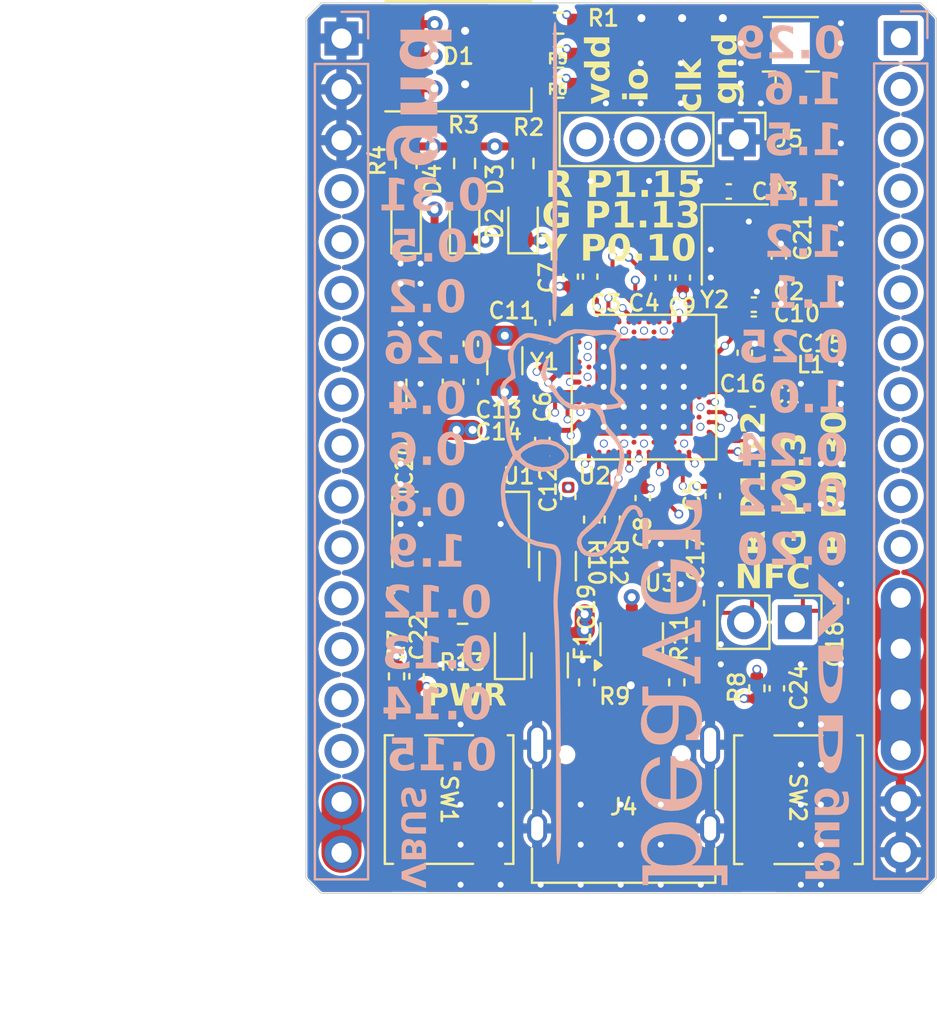
<source format=kicad_pcb>
(kicad_pcb (version 20240108) (generator "pcbnew") (generator_version "8.0")
  (title_block (title "Beaver") (date "2024-05-27") (rev "v2.0"))
  (layers (0 "F.Cu" signal) (1 "In1.Cu" power) (2 "In2.Cu" signal) (3 "In3.Cu" power) (4 "In4.Cu" power) (5 "In5.Cu" signal) (6 "In6.Cu" power) (31 "B.Cu" signal) (34 "B.Paste" user) (35 "F.Paste" user) (36 "B.SilkS" user "B.Silkscreen") (37 "F.SilkS" user "F.Silkscreen") (38 "B.Mask" user) (39 "F.Mask" user) (44 "Edge.Cuts" user))
  (net 0 "")
  (net 1 "/ANT_MATCHED")
  (net 2 "GNDREF")
  (net 3 "/ANT")
  (net 4 "/freq_D+")
  (net 5 "Net-(U2-DEC5)")
  (net 6 "VDD")
  (net 7 "Net-(U2-DEC3)")
  (net 8 "Net-(U2-DEC2)")
  (net 9 "Net-(U2-DEC1)")
  (net 10 "Net-(U2-DECUSB)")
  (net 11 "/DEC_4_6")
  (net 12 "Net-(U2-XC2)")
  (net 13 "/clock_D+")
  (net 14 "/NFC+")
  (net 15 "/NFC-")
  (net 16 "/USER_BUT")
  (net 17 "/clock_D-")
  (net 18 "VBUS")
  (net 19 "Net-(D1-KB)")
  (net 20 "Net-(D1-KR)")
  (net 21 "Net-(D1-KG)")
  (net 22 "Net-(D3-A)")
  (net 23 "Net-(F1-Pad2)")
  (net 24 "Net-(D5-A)")
  (net 25 "Net-(D2-A)")
  (net 26 "Net-(D4-A)")
  (net 27 "/con_D-")
  (net 28 "/con_D+")
  (net 30 "/P0.26")
  (net 31 "/P0.25")
  (net 32 "/P0.24")
  (net 33 "/P0.22")
  (net 34 "/P0.20")
  (net 35 "/P0.15")
  (net 36 "/P0.14")
  (net 37 "/P0.13")
  (net 38 "/P0.12")
  (net 39 "/P0.8")
  (net 40 "/P0.6")
  (net 41 "/P0.4")
  (net 42 "/P0.2")
  (net 43 "/P1.0")
  (net 44 "/P1.1")
  (net 45 "/P1.2")
  (net 46 "/P1.4")
  (net 47 "/P1.6")
  (net 48 "/P1.7")
  (net 49 "/P1.9")
  (net 50 "/P1.10")
  (net 51 "/P1.11")
  (net 52 "/P1.13")
  (net 53 "/P1.15")
  (net 55 "Net-(J4-CC2)")
  (net 56 "/D+")
  (net 57 "Net-(J4-CC1)")
  (net 58 "/D-")
  (net 59 "/P0.29")
  (net 60 "/P0.31")
  (net 61 "Net-(R10-Pad2)")
  (net 62 "Net-(R12-Pad2)")
  (net 64 "/P0.28")
  (net 66 "/P0.30")
  (net 67 "/P1.14")
  (net 68 "/P1.5")
  (net 69 "/P0.16")
  (net 70 "/P0.5")
  (net 71 "/P0.7")
  (net 72 "/P1.3")
  (net 73 "/P1.12")
  (net 74 "/P0.23")
  (net 75 "/P0.19")
  (net 76 "/RESET")
  (net 77 "/P0.21")
  (net 78 "/P0.27")
  (net 79 "/P0.3")
  (net 80 "/P1.8")
  (net 81 "/P0.10")
  (net 82 "/SWDCLK")
  (net 83 "/SWDIO")
  (footprint "Capacitor_SMD:C_0402_1005Metric" (layer "F.Cu") (at 162.944 99.036 -90)
    (property "Reference" "C8")
    (property "Value" "100n")
  )
  (footprint "Diode_SMD:D_0603_1608Metric" (layer "F.Cu") (at 156.965 85.336 90)
    (property "Reference" "D2")
    (property "Value" "Y P0.10")
  )
  (footprint "Connector_PinHeader_2.54mm:PinHeader_1x04_P2.54mm_Vertical" (layer "F.Cu") (at 167.744 81.136 -90)
    (property "Reference" "J5")
    (property "Value" "Conn_01x04_Male" (hide yes))
  )
  (footprint "Capacitor_SMD:C_0402_1005Metric" (layer "F.Cu") (at 168.494 90.336)
    (property "Reference" "C10")
    (property "Value" "1uF")
  )
  (footprint "Resistor_SMD:R_0603_1608Metric" (layer "F.Cu") (at 154.044 82.338 -90)
    (property "Reference" "R3")
    (property "Value" "5k")
  )
  (footprint "Capacitor_SMD:C_1206_3216Metric" (layer "F.Cu") (at 158.694 102.436 90)
    (property "Reference" "C19")
    (property "Value" "10uF")
  )
  (footprint "Connector_USB:USB_C_Receptacle_XKB_U262-16XN-4BVC11" (layer "F.Cu") (at 161.991 114.454)
    (property "Reference" "J4")
    (property "Value" "USB_C_Receptacle_USB2.0" (hide yes))
  )
  (footprint "Resistor_SMD:R_0603_1608Metric" (layer "F.Cu") (at 158.744 77.036)
    (property "Reference" "R5")
    (property "Value" "5k")
  )
  (footprint "Resistor_SMD:R_0402_1005Metric" (layer "F.Cu") (at 161.419 100.111 -90)
    (property "Reference" "R12")
    (property "Value" "10R")
  )
  (footprint "Connector_Coaxial:U.FL_Hirose_U.FL-R-SMT-1_Vertical" (layer "F.Cu") (at 170.344 76.866 90)
    (property "Reference" "AE1" (hide yes))
    (property "Value" "Antenna" (hide yes))
  )
  (footprint "Fuse:Fuse_1206_3216Metric" (layer "F.Cu") (at 158.294 107.386 -90)
    (property "Reference" "F1")
    (property "Value" "Fuse")
  )
  (footprint "Capacitor_SMD:C_0402_1005Metric" (layer "F.Cu") (at 163.944 88.036 -90)
    (property "Reference" "C4")
    (property "Value" "1uF" (hide yes))
  )
  (footprint "Package_TO_SOT_SMD:SOT-223-3_TabPin2" (layer "F.Cu") (at 153.844 100.636 90)
    (property "Reference" "U1")
    (property "Value" "AZ1117-3.3")
  )
  (footprint "Resistor_SMD:R_0402_1005Metric" (layer "F.Cu") (at 160.144 108.236 -90)
    (property "Reference" "R9")
    (property "Value" "5k")
  )
  (footprint "Capacitor_SMD:C_0402_1005Metric" (layer "F.Cu") (at 157.927 96.138 -90)
    (property "Reference" "C6")
    (property "Value" "100n" (hide yes))
  )
  (footprint "Capacitor_SMD:C_0402_1005Metric" (layer "F.Cu") (at 169.694 91.286 180)
    (property "Reference" "C15")
    (property "Value" "5pF")
  )
  (footprint "Capacitor_SMD:C_0402_1005Metric" (layer "F.Cu") (at 172.844 104.186 90)
    (property "Reference" "C18")
    (property "Value" "200pF" (hide yes))
  )
  (footprint "Capacitor_SMD:C_1206_3216Metric" (layer "F.Cu") (at 152.044 93.836 90)
    (property "Reference" "C20")
    (property "Value" "10uF")
  )
  (footprint "Package_TO_SOT_SMD:SOT-23-6" (layer "F.Cu") (at 162.394 106.086 90)
    (property "Reference" "U3")
    (property "Value" "USBLC6-2SC6" (hide yes))
  )
  (footprint "Diode_SMD:D_0603_1608Metric" (layer "F.Cu") (at 154.044 85.336 90)
    (property "Reference" "D3")
    (property "Value" "G P1.13")
  )
  (footprint "LED_SMD:LED_WS2812_PLCC6_5.0x5.0mm_P1.6mm" (layer "F.Cu") (at 153.736 76.989 180)
    (property "Reference" "D1")
    (property "Value" "ASMT-YTC2-0AA02" (hide yes))
  )
  (footprint "Resistor_SMD:R_0603_1608Metric" (layer "F.Cu") (at 158.744 75.336)
    (property "Reference" "R1")
    (property "Value" "5k")
  )
  (footprint "Capacitor_SMD:C_0402_1005Metric" (layer "F.Cu") (at 159.344 87.986 90)
    (property "Reference" "C7")
    (property "Value" "100n")
  )
  (footprint "Inductor_SMD:L_0402_1005Metric" (layer "F.Cu") (at 169.444 92.236 180)
    (property "Reference" "L1")
    (property "Value" "5nH")
  )
  (footprint "Capacitor_SMD:C_0402_1005Metric" (layer "F.Cu") (at 168.444 94.836)
    (property "Reference" "C1")
    (property "Value" "820pF" (hide yes))
  )
  (footprint "Capacitor_SMD:C_0402_1005Metric" (layer "F.Cu") (at 157.944 90.286 -90)
    (property "Reference" "C11")
    (property "Value" "100n" (hide yes))
  )
  (footprint "Capacitor_SMD:C_0402_1005Metric" (layer "F.Cu") (at 160.319 87.986 90)
    (property "Reference" "C3")
    (property "Value" "100nF" (hide yes))
  )
  (footprint "Capacitor_SMD:C_0402_1005Metric" (layer "F.Cu") (at 166.444 98.936 -90)
    (property "Reference" "C5")
    (property "Value" "100n" (hide yes))
  )
  (footprint "Crystal:Crystal_SMD_3215-2Pin_3.2x1.5mm" (layer "F.Cu") (at 156.054 92.186 -90)
    (property "Reference" "Y1")
    (property "Value" "Crystal_Small" (hide yes))
  )
  (footprint "Capacitor_SMD:C_0402_1005Metric" (layer "F.Cu") (at 159.2224 98.9828 -90)
    (property "Reference" "C12")
    (property "Value" "1uF" (hide yes))
  )
  (footprint "Resistor_SMD:R_0402_1005Metric" (layer "F.Cu") (at 164.644 108.236 -90)
    (property "Reference" "R11")
    (property "Value" "5k")
  )
  (footprint "Crystal:Crystal_SMD_3225-4Pin_3.2x2.5mm" (layer "F.Cu") (at 167.544 86.386 -90)
    (property "Reference" "Y2")
    (property "Value" "Crystal_GND24_Small" (hide yes))
  )
  (footprint "Capacitor_SMD:C_0402_1005Metric" (layer "F.Cu") (at 169.644 108.536 90)
    (property "Reference" "C24")
    (property "Value" "1uF")
  )
  (footprint "Capacitor_SMD:C_0402_1005Metric" (layer "F.Cu") (at 154.354 91.336 90)
    (property "Reference" "C13")
    (property "Value" "10pF" (hide yes))
  )
  (footprint "Capacitor_SMD:C_0402_1005Metric" (layer "F.Cu") (at 167.244 83.736)
    (property "Reference" "C23")
    (property "Value" "10pF" (hide yes))
  )
  (footprint "Resistor_SMD:R_0603_1608Metric" (layer "F.Cu") (at 156.965 82.338 -90)
    (property "Reference" "R2")
    (property "Value" "5k")
  )
  (footprint "Capacitor_SMD:C_0402_1005Metric" (layer "F.Cu") (at 165.644 104.286 -90)
    (property "Reference" "C17")
    (property "Value" "200pF" (hide yes))
  )
  (footprint "Capacitor_SMD:C_0402_1005Metric" (layer "F.Cu") (at 168.494 89.386 180)
    (property "Reference" "C2")
    (property "Value" "100pF" (hide yes))
  )
  (footprint "Capacitor_SMD:C_0402_1005Metric" (layer "F.Cu") (at 151.644 107.936 90)
    (property "Reference" "C22")
    (property "Value" "1uF")
  )
  (footprint "Capacitor_SMD:C_0402_1005Metric" (layer "F.Cu") (at 164.944 88.036 90)
    (property "Reference" "C9")
    (property "Value" "1uF")
  )
  (footprint "Resistor_SMD:R_0603_1608Metric" (layer "F.Cu") (at 153.944 105.836 180)
    (property "Reference" "R13")
    (property "Value" "5k")
  )
  (footprint "Diode_SMD:D_0603_1608Metric" (layer "F.Cu") (at 151.123 85.336 90)
    (property "Reference" "D4")
    (property "Value" "R P1.15")
  )
  (footprint "Resistor_SMD:R_0402_1005Metric" (layer "F.Cu") (at 168.644 108.536 -90)
    (property "Reference" "R8")
    (property "Value" "5k")
  )
  (footprint "Capacitor_SMD:C_0402_1005Metric" (layer "F.Cu") (at 168.044 91.786 90)
    (property "Reference" "C16")
    (property "Value" "5pF")
  )
  (footprint "Capacitor_SMD:C_0402_1005Metric" (layer "F.Cu") (at 169.744 86.986 90)
    (property "Reference" "C21")
    (property "Value" "10pF" (hide yes))
  )
  (footprint "Capacitor_SMD:C_0402_1005Metric" (layer "F.Cu") (at 154.354 93.236 -90)
    (property "Reference" "C14")
    (property "Value" "10pF" (hide yes))
  )
  (footprint "Diode_SMD:D_0603_1608Metric" (layer "F.Cu") (at 156.294 106.586 90)
    (property "Reference" "D5" (hide yes))
    (property "Value" "PWR")
  )
  (footprint "Button_Switch_SMD:SW_Push_1P1T_NO_CK_KSC6xxJ" (layer "F.Cu") (at 153.269 114.086 90)
    (property "Reference" "SW1")
    (property "Value" "RESET")
  )
  (footprint "Resistor_SMD:R_0603_1608Metric" (layer "F.Cu") (at 151.123 82.338 -90)
    (property "Reference" "R4")
    (property "Value" "5k")
  )
  (footprint "Resistor_SMD:R_0603_1608Metric" (layer "F.Cu") (at 158.744 78.536)
    (property "Reference" "R6")
    (property "Value" "5k")
  )
  (footprint "Connector_PinHeader_2.54mm:PinHeader_1x02_P2.54mm_Vertical" (layer "F.Cu") (at 170.544 105.236 -90)
    (property "Reference" "J3" (hide yes))
    (property "Value" "NFC" (hide yes))
  )
  (footprint "Resistor_SMD:R_0402_1005Metric" (layer "F.Cu") (at 160.394 100.111 -90)
    (property "Reference" "R10")
    (property "Value" "10R")
  )
  (footprint "Resistor_SMD:R_0402_1005Metric" (layer "F.Cu") (at 150.644 107.936 -90)
    (property "Reference" "R7")
    (property "Value" "5k")
  )
  (footprint "Package_DFN_QFN:Nordic_AQFN-73-1EP_7x7mm_P0.5mm" (layer "F.Cu") (at 163.007 93.499)
    (property "Reference" "U2")
    (property "Value" "nRF52840" (hide yes))
  )
  (footprint "Button_Switch_SMD:SW_Push_1P1T_NO_CK_KSC6xxJ" (layer "F.Cu") (at 170.722 114.094 90)
    (property "Reference" "SW2")
    (property "Value" "USER P0.17")
  )
  (footprint "Pictures:cat" (layer "B.Cu") (at 167.403165 96.293 90)
    (property "Reference" "G***" (hide yes))
    (property "Value" "LOGO" (hide yes))
  )
  (footprint "Connector_PinHeader_2.54mm:PinHeader_1x17_P2.54mm_Vertical" (layer "B.Cu") (at 147.894 76.1 180)
    (property "Reference" "J1" (hide yes))
    (property "Value" "Conn_01x17" (hide yes))
  )
  (footprint "Connector_PinHeader_2.54mm:PinHeader_1x17_P2.54mm_Vertical" (layer "B.Cu") (at 175.834 76.076 180)
    (property "Reference" "J2" (hide yes))
    (property "Value" "Conn_01x17" (hide yes))
  )
  (gr_poly (pts (xy 176.85 74.322) (xy 177.612 75.084) (xy 177.612 118.01) (xy 176.85 118.772) (xy 146.878 118.772) (xy 146.116 118.01) (xy 146.116 75.084) (xy 146.878 74.322)) (stroke (width 0.05)) (fill none) (layer "Edge.Cuts"))
  (gr_text "0.14" (at 155.414 110.356 0) (layer "B.SilkS") (effects (font (size 1.6 1.6) (thickness 0.15) (bold yes) (italic yes)) (justify left bottom mirror)))
  (gr_text "gnd\n" (at 173.04 113.438 90) (layer "B.SilkS") (effects (font (size 1.6 1.6) (thickness 0.15) (bold yes) (italic yes)) (justify left bottom mirror)))
  (gr_text "1.1" (at 173.198 89.814 0) (layer "B.SilkS") (effects (font (size 1.6 1.6) (thickness 0.15) (bold yes) (italic yes)) (justify left bottom mirror)))
  (gr_text "0.13" (at 155.414 107.816 0) (layer "B.SilkS") (effects (font (size 1.6 1.6) (thickness 0.15) (bold yes) (italic yes)) (justify left bottom mirror)))
  (gr_text "1.4" (at 172.944 84.734 0) (layer "B.SilkS") (effects (font (size 1.6 1.6) (thickness 0.15) (bold yes) (italic yes)) (justify left bottom mirror)))
  (gr_text "0.12" (at 155.414 105.276 0) (layer "B.SilkS") (effects (font (size 1.6 1.6) (thickness 0.15) (bold yes) (italic yes)) (justify left bottom mirror)))
  (gr_text "0.22\n" (at 173.144 99.982 0) (layer "B.SilkS") (effects (font (size 1.6 1.6) (thickness 0.15) (bold yes) (italic yes)) (justify left bottom mirror)))
  (gr_text "1.5" (at 172.944 82.194 0) (layer "B.SilkS") (effects (font (size 1.6 1.6) (thickness 0.15) (bold yes) (italic yes)) (justify left bottom mirror)))
  (gr_text "0.31" (at 155.26 84.952 0) (layer "B.SilkS") (effects (font (size 1.6 1.6) (thickness 0.15) (bold yes) (italic yes)) (justify left bottom mirror)))
  (gr_text "VDD" (at 173.144 102.768 90) (layer "B.SilkS") (effects (font (size 1.2 3) (thickness 0.15) (bold yes) (italic yes)) (justify left bottom mirror)))
  (gr_text "1.6" (at 172.944 79.654 0) (layer "B.SilkS") (effects (font (size 1.6 1.6) (thickness 0.15) (bold yes) (italic yes)) (justify left bottom mirror)))
  (gr_text "0.20\n" (at 173.178 102.642 0) (layer "B.SilkS") (effects (font (size 1.6 1.6) (thickness 0.15) (bold yes) (italic yes)) (justify left bottom mirror)))
  (gr_text "1.9" (at 154.144 102.736 0) (layer "B.SilkS") (effects (font (size 1.6 1.6) (thickness 0.15) (bold yes) (italic yes)) (justify left bottom mirror)))
  (gr_text "0.24" (at 173.144 97.696 0) (layer "B.SilkS") (effects (font (size 1.6 1.6) (thickness 0.15) (bold yes) (italic yes)) (justify left bottom mirror)))
  (gr_text "0.26" (at 155.499681 92.591153 0) (layer "B.SilkS") (effects (font (size 1.6 1.6) (thickness 0.15) (bold yes) (italic yes)) (justify left bottom mirror)))
  (gr_text "beaver" (at 162.245 118.518 270) (layer "B.SilkS") (effects (font (size 4 4) (thickness 0.5) (italic yes)) (justify left bottom mirror)))
  (gr_text "0.4" (at 154.144 95.116 0) (layer "B.SilkS") (effects (font (size 1.6 1.6) (thickness 0.15) (bold yes) (italic yes)) (justify left bottom mirror)))
  (gr_text "0.5" (at 154.21 87.502 0) (layer "B.SilkS") (effects (font (size 1.6 1.6) (thickness 0.15) (bold yes) (italic yes)) (justify left bottom mirror)))
  (gr_text "0.6" (at 154.144 97.656 0) (layer "B.SilkS") (effects (font (size 1.6 1.6) (thickness 0.15) (bold yes) (italic yes)) (justify left bottom mirror)))
  (gr_text "VBUS" (at 150.688 118.518 270) (layer "B.SilkS") (effects (font (size 1.2 1.2) (thickness 0.24) (bold yes) (italic yes)) (justify left bottom mirror)))
  (gr_text "0.15" (at 155.668 112.896 0) (layer "B.SilkS") (effects (font (size 1.6 1.6) (thickness 0.15) (bold yes) (italic yes)) (justify left bottom mirror)))
  (gr_text "1.0" (at 173.232 95.034 0) (layer "B.SilkS") (effects (font (size 1.6 1.6) (thickness 0.15) (bold yes) (italic yes)) (justify left bottom mirror)))
  (gr_text "gnd\n" (at 150.434 82.577 270) (layer "B.SilkS") (effects (font (size 2.4 2.4) (thickness 0.15) (bold yes) (italic yes)) (justify left bottom mirror)))
  (gr_text "0.8" (at 154.144 100.196 0) (layer "B.SilkS") (effects (font (size 1.6 1.6) (thickness 0.15) (bold yes) (italic yes)) (justify left bottom mirror)))
  (gr_text "0.25" (at 173.232 92.534 0) (layer "B.SilkS") (effects (font (size 1.6 1.6) (thickness 0.15) (bold yes) (italic yes)) (justify left bottom mirror)))
  (gr_text "1.2" (at 172.944 87.274 0) (layer "B.SilkS") (effects (font (size 1.6 1.6) (thickness 0.15) (bold yes) (italic yes)) (justify left bottom mirror)))
  (gr_text "0.2" (at 154.144 90.036 0) (layer "B.SilkS") (effects (font (size 1.6 1.6) (thickness 0.15) (bold yes) (italic yes)) (justify left bottom mirror)))
  (gr_text "0.29" (at 173.044 77.368 0) (layer "B.SilkS") (effects (font (size 1.6 1.6) (thickness 0.15) (bold yes) (italic yes)) (justify left bottom mirror)))
  (gr_text "NFC" (at 167.544 102.336 0) (layer "F.SilkS") (effects (font (size 1.2 1.2) (thickness 0.2) (bold yes) (italic yes)) (justify left top)))
  (gr_text "R P1.12\nG P0.3\nB P0.30" (at 167.844 101.936 90) (layer "F.SilkS") (effects (font (size 1.2 1.2) (thickness 0.2) (bold yes) (italic yes)) (justify left top)))
  (gr_text "clk" (at 166.055 79.783 90) (layer "F.SilkS") (effects (font (size 1.2 1.2) (thickness 0.2) (bold yes) (italic yes)) (justify left bottom)))
  (gr_text "io" (at 163.388 79.275 90) (layer "F.SilkS") (effects (font (size 1.2 1.2) (thickness 0.2) (bold yes) (italic yes)) (justify left bottom)))
  (gr_text "vdd" (at 161.483 79.402 90) (layer "F.SilkS") (effects (font (size 1.2 1.2) (thickness 0.2) (bold yes) (italic yes)) (justify left bottom)))
  (gr_text "gnd" (at 167.833 79.402 90) (layer "F.SilkS") (effects (font (size 1.2 1.2) (thickness 0.2) (bold yes) (italic yes)) (justify left bottom)))
  (segment (start 170.344 79.069166) (end 170.344 77.916) (width 0.324358) (layer "F.Cu") (net 1))
  (segment (start 170.144 92.021) (end 170.144 91.316) (width 0.324358) (layer "F.Cu") (net 1))
  (segment (start 170.936845 90.993155) (end 171.292848 90.63717) (width 0.324358) (layer "F.Cu") (net 1))
  (segment (start 170.174 91.286) (end 170.229786 91.286) (width 0.324358) (layer "F.Cu") (net 1))
  (segment (start 170.144 91.316) (end 170.174 91.286) (width 0.324358) (layer "F.Cu") (net 1))
  (segment (start 171.844 89.306618) (end 171.844 82.690497) (width 0.324358) (layer "F.Cu") (net 1))
  (segment (start 169.929 92.236) (end 170.144 92.021) (width 0.324358) (layer "F.Cu") (net 1))
  (arc (start 171.027655 80.719655) (mid 170.521676 79.962404) (end 170.344 79.069166) (width 0.324358) (layer "F.Cu") (net 1))
  (arc (start 170.229786 91.286) (mid 170.612469 91.209895) (end 170.936845 90.993155) (width 0.324358) (layer "F.Cu") (net 1))
  (arc (start 171.292848 90.63717) (mid 171.70076 90.026711) (end 171.844 89.306618) (width 0.324358) (layer "F.Cu") (net 1))
  (arc (start 171.844 82.690497) (mid 171.631837 81.623881) (end 171.027655 80.719655) (width 0.324358) (layer "F.Cu") (net 1))
  (segment (start 168.924 94.836) (end 168.924 95.451) (width 0.25) (layer "F.Cu") (net 2))
  (segment (start 172.722 116.994) (end 172.722 111.194) (width 0.25) (layer "F.Cu") (net 2))
  (segment (start 165.757 91.999) (end 164.507 91.999) (width 0.25) (layer "F.Cu") (net 2))
  (segment (start 164.507 91.999) (end 164.023 92.483) (width 0.25) (layer "F.Cu") (net 2))
  (segment (start 164.023 92.483) (end 163.007 93.499) (width 0.25) (layer "F.Cu") (net 2))
  (segment (start 161.507 91.999) (end 163.007 93.499) (width 0.25) (layer "F.Cu") (net 2))
  (segment (start 168.924 95.451) (end 168.844 95.531) (width 0.25) (layer "F.Cu") (net 2))
  (segment (start 161.507 90.749) (end 161.507 91.999) (width 0.25) (layer "F.Cu") (net 2))
  (via (at 150.844 97.336) (size 0.4) (drill 0.3) (layers "F.Cu" "B.Cu") (net 2))
  (via (at 167.844 78.336) (size 0.4) (drill 0.3) (layers "F.Cu" "B.Cu") (net 2))
  (via (at 165.844 118.336) (size 0.4) (drill 0.3) (layers "F.Cu" "B.Cu") (net 2))
  (via (at 167.844 79.336) (size 0.4) (drill 0.3) (layers "F.Cu" "B.Cu") (net 2))
  (via (at 160.994 92.486) (size 0.4) (drill 0.3) (layers "F.Cu" "B.Cu") (net 2))
  (via (at 155.844 118.336) (size 0.4) (drill 0.3) (layers "F.Cu" "B.Cu") (net 2))
  (via (at 159.844 114.336) (size 0.4) (drill 0.3) (layers "F.Cu" "B.Cu") (net 2))
  (via (at 154.069 75.719) (size 0.8) (drill 0.4) (layers "F.Cu" "B.Cu") (net 2))
  (via (at 161.994 92.486) (size 0.4) (drill 0.3) (layers "F.Cu" "B.Cu") (net 2))
  (via (at 150.844 88.336) (size 0.4) (drill 0.3) (layers "F.Cu" "B.Cu") (net 2))
  (via (at 162.994 93.486) (size 0.4) (drill 0.3) (layers "F.Cu" "B.Cu") (net 2))
  (via (at 153.844 118.336) (size 0.4) (drill 0.3) (layers "F.Cu" "B.Cu") (net 2))
  (via (at 168.844 79.336) (size 0.4) (drill 0.3) (layers "F.Cu" "B.Cu") (net 2))
  (via (at 172.844 103.336) (size 0.4) (drill 0.3) (layers "F.Cu" "B.Cu") (net 2))
  (via (at 166.344 86.636) (size 0.45) (drill 0.3) (layers "F.Cu" "B.Cu") (net 2))
  (via (at 166.844 103.336) (size 0.4) (drill 0.3) (layers "F.Cu" "B.Cu") (net 2))
  (via (at 160.994 93.486) (size 0.4) (drill 0.3) (layers "F.Cu" "B.Cu") (net 2))
  (via (at 163.844 116.336) (size 0.4) (drill 0.3) (layers "F.Cu" "B.Cu") (net 2))
  (via (at 171.844 112.336) (size 0.4) (drill 0.3) (layers "F.Cu" "B.Cu") (net 2))
  (via (at 169.844 89.336) (size 0.4) (drill 0.3) (layers "F.Cu" "B.Cu") (net 2))
  (via (at 168.244 85.236) (size 0.4) (drill 0.3) (layers "F.Cu" "B.Cu") (net 2))
  (via (at 163.994 92.486) (size 0.4) (drill 0.3) (layers "F.Cu" "B.Cu") (net 2))
  (via (at 164.844 79.336) (size 0.4) (drill 0.3) (layers "F.Cu" "B.Cu") (net 2))
  (via (at 155.844 100.336) (size 0.4) (drill 0.3) (layers "F.Cu" "B.Cu") (net 2))
  (via (at 172.844 86.336) (size 0.4) (drill 0.3) (layers "F.Cu" "B.Cu") (net 2))
  (via (at 172.844 83.336) (size 0.4) (drill 0.3) (layers "F.Cu" "B.Cu") (net 2))
  (via (at 161.844 114.336) (size 0.4) (drill 0.3) (layers "F.Cu" "B.Cu") (net 2))
  (via (at 151.844 93.336) (size 0.4) (drill 0.3) (layers "F.Cu" "B.Cu") (net 2))
  (via (at 162.994 95.486) (size 0.4) (drill 0.3) (layers "F.Cu" "B.Cu") (net 2))
  (via (at 150.844 93.336) (size 0.4) (drill 0.3) (layers "F.Cu" "B.Cu") (net 2))
  (via (at 172.844 93.336) (size 0.4) (drill 0.3) (layers "F.Cu" "B.Cu") (net 2))
  (via (at 165.801 83.212) (size 0.4) (drill 0.3) (layers "F.Cu" "B.Cu") (net 2))
  (via (at 169.844 88.336) (size 0.4) (drill 0.3) (layers "F.Cu" "B.Cu") (net 2))
  (via (at 164.994 95.486) (size 0.4) (drill 0.3) (layers "F.Cu" "B.Cu") (net 2))
  (via (at 172.844 99.336) (size 0.4) (drill 0.3) (layers "F.Cu" "B.Cu") (net 2))
  (via (at 160.994 95.486) (size 0.4) (drill 0.3) (layers "F.Cu" "B.Cu") (net 2))
  (via (at 162.344 108.386) (size 0.8) (drill 0.4) (layers "F.Cu" "B.Cu") (net 2))
  (via (at 161.844 118.336) (size 0.4) (drill 0.3) (layers "F.Cu" "B.Cu") (net 2))
  (via (at 172.844 94.336) (size 0.4) (drill 0.3) (layers "F.Cu" "B.Cu") (net 2))
  (via (at 163.844 102.336) (size 0.4) (drill 0.3) (layers "F.Cu" "B.Cu") (net 2))
  (via (at 172.844 88.336) (size 0.4) (drill 0.3) (layers "F.Cu" "B.Cu") (net 2))
  (via (at 153.844 107.336) (size 0.4) (drill 0.3) (layers "F.Cu" "B.Cu") (net 2))
  (via (at 164.994 94.486) (size 0.4) (drill 0.3) (layers "F.Cu" "B.Cu") (net 2))
  (via (at 166.344 88.036) (size 0.45) (drill 0.3) (layers "F.Cu" "B.Cu") (net 2))
  (via (at 172.844 75.336) (size 0.4) (drill 0.3) (layers "F.Cu" "B.Cu") (net 2))
  (via (at 171.844 114.336) (size 0.4) (drill 0.3) (layers "F.Cu" "B.Cu") (net 2))
  (via (at 160.994 91.486) (size 0.4) (drill 0.3) (layers "F.Cu" "B.Cu") (net 2))
  (via (at 159.844 118.336) (size 0.4) (drill 0.3) (layers "F.Cu" "B.Cu") (net 2))
  (via (at 166.844 106.336) (size 0.4) (drill 0.3) (layers "F.Cu" "B.Cu") (net 2))
  (via (at 171.844 110.336) (size 0.4) (drill 0.3) (layers "F.Cu" "B.Cu") (net 2))
  (via (at 167.844 76.336) (size 0.4) (drill 0.3) (layers "F.Cu" "B.Cu") (net 2))
  (via (at 168.644 88.736) (size 0.4) (drill 0.3) (layers "F.Cu" "B.Cu") (net 2))
  (via (at 163.994 93.486) (size 0.4) (drill 0.3) (layers "F.Cu" "B.Cu") (net 2))
  (via (at 170.844 110.336) (size 0.4) (drill 0.3) (layers "F.Cu" "B.Cu") (net 2))
  (via (at 166.944 75.084) (size 0.8) (drill 0.4) (layers "F.Cu" "B.Cu") (net 2))
  (via (at 164.994 93.486) (size 0.4) (drill 0.3) (layers "F.Cu" "B.Cu") (net 2))
  (via (at 159.944 107.136) (size 0.45) (drill 0.3) (layers "F.Cu" "B.Cu") (net 2))
  (via (at 160.994 94.486) (size 0.4) (drill 0.3) (layers "F.Cu" "B.Cu") (net 2))
  (via (at 163.844 114.336) (size 0.4) (drill 0.3) (layers "F.Cu" "B.Cu") (net 2))
  (via (at 159.844 116.336) (size 0.4) (drill 0.3) (layers "F.Cu" "B.Cu") (net 2))
  (via (at 172.844 97.336) (size 0.4) (drill 0.3) (layers "F.Cu" "B.Cu") (net 2))
  (via (at 163.994 94.486) (size 0.4) (drill 0.3) (layers "F.Cu" "B.Cu") (net 2))
  (via (at 172.844 107.336) (size 0.4) (drill 0.3) (layers "F.Cu" "B.Cu") (net 2))
  (via (at 161.994 95.486) (size 0.4) (drill 0.3) (layers "F.Cu" "B.Cu") (net 2))
  (via (at 163.844 118.336) (size 0.4) (drill 0.3) (layers "F.Cu" "B.Cu") (net 2))
  (via (at 161.994 94.486) (size 0.4) (drill 0.3) (layers "F.Cu" "B.Cu") (net 2))
  (via (at 150.844 87.336) (size 0.4) (drill 0.3) (layers "F.Cu" "B.Cu") (net 2))
  (via (at 170.844 116.336) (size 0.4) (drill 0.3) (layers "F.Cu" "B.Cu") (net 2))
  (via (at 165.844 103.336) (size 0.4) (drill 0.3) (layers "F.Cu" "B.Cu") (net 2))
  (via (at 164.844 103.336) (size 0.4) (drill 0.3) (layers "F.Cu" "B.Cu") (net 2))
  (via (at 170.844 114.336) (size 0.4) (drill 0.3) (layers "F.Cu" "B.Cu") (net 2))
  (via (at 172.844 92.336) (size 0.4) (drill 0.3) (layers "F.Cu" "B.Cu") (net 2))
  (via (at 172.844 89.336) (size 0.4) (drill 0.3) (layers "F.Cu" "B.Cu") (net 2))
  (via (at 151.844 90.336) (size 0.4) (drill 0.3) (layers "F.Cu" "B.Cu") (net 2))
  (via (at 166.844 107.336) (size 0.4) (drill 0.3) (layers "F.Cu" "B.Cu") (net 2))
  (via (at 151.844 88.336) (size 0.4) (drill 0.3) (layers "F.Cu" "B.Cu") (net 2))
  (via (at 153.844 110.336) (size 0.4) (drill 0.3) (layers "F.Cu" "B.Cu") (net 2))
  (via (at 164.994 92.486) (size 0.4) (drill 0.3) (layers "F.Cu" "B.Cu") (net 2))
  (via (at 171.844 97.336) (size 0.4) (drill 0.3) (layers "F.Cu" "B.Cu") (net 2))
  (via (at 171.844 116.336) (size 0.4) (drill 0.3) (layers "F.Cu" "B.Cu") (net 2))
  (via (at 162.994 94.486) (size 0.4) (drill 0.3) (layers "F.Cu" "B.Cu") (net 2))
  (via (at 170.844 93.336) (size 0.4) (drill 0.3) (layers "F.Cu" "B.Cu") (net 2))
  (via (at 172.844 81.336) (size 0.4) (drill 0.3) (layers "F.Cu" "B.Cu") (net 2))
  (via (at 150.844 98.336) (size 0.4) (drill 0.3) (layers "F.Cu" "B.Cu") (net 2))
  (via (at 161.102 79.336) (size 0.4) (drill 0.3) (layers "F.Cu" "B.Cu") (net 2))
  (via (at 170.844 118.336) (size 0.4) (drill 0.3) (layers "F.Cu" "B.Cu") (net 2))
  (via (at 162.844 77.336) (size 0.4) (drill 0.3) (layers "F.Cu" "B.Cu") (net 2))
  (via (at 162.994 92.486) (size 0.4) (drill 0.3) (layers "F.Cu" "B.Cu") (net 2))
  (via (at 162.88 75.084) (size 0.8) (drill 0.4) (layers "F.Cu" "B.Cu") (net 2))
  (via (at 151.844 87.336) (size 0.4) (drill 0.3) (layers "F.Cu" "B.Cu") (net 2))
  (via (at 161.994 93.486) (size 0.4) (drill 0.3) (layers "F.Cu" "B.Cu") (net 2))
  (via (at 161.844 116.336) (size 0.4) (drill 0.3) (layers "F.Cu" "B.Cu") (net 2))
  (via (at 155.844 114.336) (size 0.4) (drill 0.3) (layers "F.Cu" "B.Cu") (net 2))
  (via (at 163.261 83.212) (size 0.4) (drill 0.3) (layers "F.Cu" "B.Cu") (net 2))
  (via (at 168.544 91.336) (size 0.4) (drill 0.3) (layers "F.Cu" "B.Cu") (net 2))
  (via (at 154.069 78.386) (size 0.8) (drill 0.4) (layers "F.Cu" "B.Cu") (net 2))
  (via (at 163.844 101.336) (size 0.4) (drill 0.3) (layers "F.Cu" "B.Cu") (net 2))
  (via (at 172.844 85.336) (size 0.4) (drill 0.3) (layers "F.Cu" "B.Cu") (net 2))
  (via (at 168.844 95.531) (size 0.4) (drill 0.3) (layers "F.Cu" "B.Cu") (net 2))
  (via (at 170.844 107.336) (size 0.4) (drill 0.3) (layers "F.Cu" "B.Cu") (net 2))
  (via (at 162.844 79.336) (size 0.4) (drill 0.3) (layers "F.Cu" "B.Cu") (net 2))
  (via (at 160.34 83.212) (size 0.4) (drill 0.3) (layers "F.Cu" "B.Cu") (net 2))
  (via (at 167.844 77.336) (size 0.4) (drill 0.3) (layers "F.Cu" "B.Cu") (net 2))
  (via (at 155.844 116.336) (size 0.4) (drill 0.3) (layers "F.Cu" "B.Cu") (net 2))
  (via (at 152.844 107.336) (size 0.4) (drill 0.3) (layers "F.Cu" "B.Cu") (net 2))
  (via (at 171.844 99.336) (size 0.4) (drill 0.3) (layers "F.Cu" "B.Cu") (net 2))
  (via (at 157.844 118.336) (size 0.4) (drill 0.3) (layers "F.Cu" "B.Cu") (net 2))
  (via (at 172.844 76.336) (size 0.4) (drill 0.3) (layers "F.Cu" "B.Cu") (net 2))
  (via (at 150.844 90.336) (size 0.4) (drill 0.3) (layers "F.Cu" "B.Cu") (net 2))
  (via (at 171.844 118.336) (size 0.4) (drill 0.3) (layers "F.Cu" "B.Cu") (net 2))
  (via (at 151.844 100.336) (size 0.4) (drill 0.3) (layers "F.Cu" "B.Cu") (net 2))
  (via (at 169.844 86.336) (size 0.4) (drill 0.3) (layers "F.Cu" "B.Cu") (net 2))
  (via (at 153.844 114.336) (size 0.4) (drill 0.3) (layers "F.Cu" "B.Cu") (net 2))
  (via (at 150.844 100.336) (size 0.4) (drill 0.3) (layers "F.Cu" "B.Cu") (net 2))
  (via (at 153.844 116.336) (size 0.4) (drill 0.3) (layers "F.Cu" "B.Cu") (net 2))
  (via (at 164.912 75.084) (size 0.8) (drill 0.4) (layers "F.Cu" "B.Cu") (net 2))
  (via (at 164.844 77.336) (size 0.4) (drill 0.3) (layers "F.Cu" "B.Cu") (net 2))
  (via (at 163.994 95.486) (size 0.4) (drill 0.3) (layers "F.Cu" "B.Cu") (net 2))
  (via (at 170.844 112.336) (size 0.4) (drill 0.3) (layers "F.Cu" "B.Cu") (net 2))
  (segment (start 168.044 92.266) (end 168.929 92.266) (width 0.4) (layer "F.Cu") (net 3))
  (segment (start 168.014 92.236) (end 168.044 92.266) (width 0.2) (layer "F.Cu") (net 3))
  (segment (start 165.757 92.499) (end 165.78733 92.499) (width 0.2) (layer "F.Cu") (net 3))
  (segment (start 166.422211 92.236) (end 168.014 92.236) (width 0.2) (layer "F.Cu") (net 3))
  (segment (start 168.929 92.266) (end 168.959 92.236) (width 0.4) (layer "F.Cu") (net 3))
  (arc (start 165.78733 92.499) (mid 166.078616 92.304349) (end 166.422211 92.236) (width 0.2) (layer "F.Cu") (net 3))
  (segment (start 168.394 87.486) (end 169.724 87.486) (width 0.2) (layer "F.Cu") (net 4))
  (segment (start 169.724 87.486) (end 169.744 87.466) (width 0.2) (layer "F.Cu") (net 4))
  (segment (start 168.394 87.486) (end 168.394 88.086) (width 0.2) (layer "F.Cu") (net 4))
  (segment (start 167.400465 88.636) (end 166.983949 88.636) (width 0.2) (layer "F.Cu") (net 4))
  (segment (start 166.257 89.362949) (end 166.257 90.749) (width 0.2) (layer "F.Cu") (net 4))
  (segment (start 168.394 88.086) (end 168.157627 88.322373) (width 0.2) (layer "F.Cu") (net 4))
  (segment (start 166.488974 88.841026) (end 166.462025 88.867975) (width 0.2) (layer "F.Cu") (net 4))
  (arc (start 166.257 89.362949) (mid 166.310284 89.095071) (end 166.462025 88.867975) (width 0.2) (layer "F.Cu") (net 4))
  (arc (start 168.157627 88.322373) (mid 167.810238 88.554491) (end 167.400465 88.636) (width 0.2) (layer "F.Cu") (net 4))
  (arc (start 166.983949 88.636) (mid 166.71607 88.689284) (end 166.488974 88.841026) (width 0.2) (layer "F.Cu") (net 4))
  (segment (start 167.439 94.322248) (end 166.865752 93.749) (width 0.2) (layer "F.Cu") (net 5))
  (segment (start 167.944 94.836) (end 167.964 94.836) (width 0.4) (layer "F.Cu") (net 5))
  (segment (start 167.439 94.331) (end 167.439 94.322248) (width 0.2) (layer "F.Cu") (net 5))
  (segment (start 167.439 94.331) (end 167.944 94.836) (width 0.2) (layer "F.Cu") (net 5))
  (segment (start 166.865752 93.749) (end 166.257 93.749) (width 0.2) (layer "F.Cu") (net 5))
  (segment (start 159.344 90.036) (end 159.344 90.336) (width 0.25) (layer "F.Cu") (net 6))
  (segment (start 163.257 96.749) (end 163.257 97.433) (width 0.2) (layer "F.Cu") (net 6))
  (segment (start 160.007 95.499) (end 159.757 95.249) (width 0.25) (layer "F.Cu") (net 6))
  (segment (start 157.927 95.658) (end 159.348 95.658) (width 0.25) (layer "F.Cu") (net 6))
  (segment (start 153.844 105.111) (end 153.844 103.785999) (width 0.25) (layer "F.Cu") (net 6))
  (segment (start 150.644 107.426001) (end 150.644 107.036) (width 0.25) (layer "F.Cu") (net 6))
  (segment (start 152.368999 95.636) (end 152.044 95.311001) (width 1) (layer "F.Cu") (net 6))
  (segment (start 151.286 75.389) (end 151.286 78.589) (width 0.4) (layer "F.Cu") (net 6))
  (segment (start 156.965 81.513) (end 156.939 81.487) (width 0.4) (layer "F.Cu") (net 6))
  (segment (start 152.044 97.136) (end 152.044 95.311001) (width 1) (layer "F.Cu") (net 6))
  (segment (start 163.344 98.556) (end 162.944 98.556) (width 0.4) (layer "F.Cu") (net 6))
  (segment (start 162.944 97.746) (end 163.049 97.641) (width 0.4) (layer "F.Cu") (net 6))
  (segment (start 154.444 95.636) (end 152.368999 95.636) (width 1) (layer "F.Cu") (net 6))
  (segment (start 166.444 98.456) (end 166.444 97.436) (width 0.4) (layer "F.Cu") (net 6))
  (segment (start 166.444 97.436) (end 166.2065 97.1985) (width 0.4) (layer "F.Cu") (net 6))
  (segment (start 165.277 90.229) (end 165.257 90.249) (width 0.25) (layer "F.Cu") (net 6))
  (segment (start 168.644 107.586) (end 168.644 108.026) (width 0.4) (layer "F.Cu") (net 6))
  (segment (start 159.344 90.336) (end 159.757 90.749) (width 0.25) (layer "F.Cu") (net 6))
  (segment (start 152.5415 78.586) (end 151.3465 78.586) (width 0.4) (layer "F.Cu") (net 6))
  (segment (start 152.394001 97.486001) (end 152.044 97.136) (width 1) (layer "F.Cu") (net 6))
  (segment (start 155.554 81.487) (end 151.149 81.487) (width 0.4) (layer "F.Cu") (net 6))
  (segment (start 159.348 95.658) (end 159.757 95.249) (width 0.25) (layer "F.Cu") (net 6))
  (segment (start 164.944 88.911) (end 164.944 88.516) (width 0.4) (layer "F.Cu") (net 6))
  (segment (start 165.277 89.244) (end 164.944 88.911) (width 0.2) (layer "F.Cu") (net 6))
  (segment (start 160.257 95.499) (end 160.007 95.499) (width 0.25) (layer "F.Cu") (net 6))
  (segment (start 152.5465 75.383) (end 151.354501 75.383) (width 0.4) (layer "F.Cu") (net 6))
  (segment (start 153.844 103.785999) (end 153.844 97.486001) (width 1) (layer "F.Cu") (net 6))
  (segment (start 152.5495 76.983) (end 151.3545 76.983) (width 0.4) (layer "F.Cu") (net 6))
  (segment (start 163.257 97.433) (end 163.049 97.641) (width 0.2) (layer "F.Cu") (net 6))
  (segment (start 166.2065 97.1985) (end 165.757 96.749) (width 0.2) (layer "F.Cu") (net 6))
  (segment (start 159.344 88.466) (end 159.344 90.036) (width 0.4) (layer "F.Cu") (net 6))
  (segment (start 151.149 81.487) (end 151.123 81.513) (width 0.4) (layer "F.Cu") (net 6))
  (segment (start 159.348 95.912) (end 159.348 95.658) (width 0.25) (layer "F.Cu") (net 6))
  (segment (start 156.939 81.487) (end 155.554 81.487) (width 0.4) (layer "F.Cu") (net 6))
  (segment (start 165.645054 98.429946) (end 165.671108 98.456) (width 0.25) (layer "F.Cu") (net 6))
  (segment (start 153.844 97.486001) (end 152.394001 97.486001) (width 1) (layer "F.Cu") (net 6))
  (segment (start 158.794 88.466) (end 159.344 88.466) (width 0.4) (layer "F.Cu") (net 6))
  (segment (start 153.119 105.836) (end 153.844 105.111) (width 0.25) (layer "F.Cu") (net 6))
  (segment (start 165.671108 98.456) (end 166.444 98.456) (width 0.25) (layer "F.Cu") (net 6))
  (segment (start 165.277 89.486) (end 165.277 89.244) (width 0.2) (layer "F.Cu") (net 6))
  (segment (start 165.277 89.486) (end 165.277 90.229) (width 0.2) (layer "F.Cu") (net 6))
  (segment (start 162.944 98.556) (end 162.944 97.746) (width 0.4) (layer "F.Cu") (net 6))
  (via (at 155.554 81.487) (size 0.8) (drill 0.4) (layers "F.Cu" "B.Cu") (net 6))
  (via (at 152.5465 75.383) (size 0.8) (drill 0.4) (layers "F.Cu" "B.Cu") (net 6))
  (via (at 152.5415 78.586) (size 0.8) (drill 0.4) (layers "F.Cu" "B.Cu") (net 6))
  (via (at 152.479 81.487) (size 0.8) (drill 0.4) (layers "F.Cu" "B.Cu") (net 6))
  (via (at 154.444 95.636) (size 0.8) (drill 0.4) (layers "F.Cu" "B.Cu") (net 6))
  (via (at 152.5495 76.983) (size 0.8) (drill 0.4) (layers "F.Cu" "B.Cu") (net 6))
  (via (at 158.794 88.466) (size 0.45) (drill 0.3) (layers "F.Cu" "B.Cu") (net 6))
  (via (at 164.944 88.911) (size 0.4) (drill 0.3) (layers "F.Cu" "B.Cu") (net 6))
  (via (at 165.645054 98.429946) (size 0.45) (drill 0.3) (layers "F.Cu" "B.Cu") (net 6))
  (via (at 168.644 107.586) (size 0.45) (drill 0.3) (layers "F.Cu" "B.Cu") (net 6))
  (via (at 150.644 106.936) (size 0.45) (drill 0.3) (layers "F.Cu" "B.Cu") (net 6))
  (via (at 163.344 98.556) (size 0.4) (drill 0.3) (layers "F.Cu" "B.Cu") (net 6))
  (via (at 153.644 95.636) (size 0.8) (drill 0.4) (layers "F.Cu" "B.Cu") (net 6))
  (via (at 159.348 95.912) (size 0.4) (drill 0.3) (layers "F.Cu" "B.Cu") (net 6))
  (segment (start 175.834 111.636) (end 175.834 104.016) (width 2) (layer "B.Cu") (net 6))
  (segment (start 166.744 90.905) (end 166.463 91.186) (width 0.2) (layer "F.Cu") (net 7))
  (segment (start 166.463 91.186) (end 166.07 91.186) (width 0.2) (layer "F.Cu") (net 7))
  (segment (start 166.744 90.136) (end 166.744 90.905) (width 0.2) (layer "F.Cu") (net 7))
  (segment (start 168.014 89.386) (end 167.494 89.386) (width 0.2) (layer "F.Cu") (net 7))
  (segment (start 167.494 89.386) (end 166.744 90.136) (width 0.2) (layer "F.Cu") (net 7))
  (segment (start 166.07 91.186) (end 165.757 91.499) (width 0.2) (layer "F.Cu") (net 7))
  (segment (start 163.944 88.516) (end 163.944 88.848) (width 0.25) (layer "F.Cu") (net 8))
  (segment (start 164.257 89.161) (end 164.257 90.249) (width 0.2) (layer "F.Cu") (net 8))
  (segment (start 163.944 88.848) (end 164.257 89.161) (width 0.2) (layer "F.Cu") (net 8))
  (segment (start 157.944 90.766) (end 158.427 91.249) (width 0.25) (layer "F.Cu") (net 9))
  (segment (start 158.427 91.249) (end 159.757 91.249) (width 0.25) (layer "F.Cu") (net 9))
  (via (at 159.2224 98.5028) (size 0.4) (drill 0.3) (layers "F.Cu" "B.Cu") (net 10))
  (via (at 161.0004 96.3184) (size 0.4) (drill 0.3) (layers "F.Cu" "B.Cu") (net 10))
  (segment (start 161.007 90.211) (end 161.007 90.749) (width 0.25) (layer "F.Cu") (net 11))
  (segment (start 160.6565 89.4985) (end 160.6565 89.1485) (width 0.2) (layer "F.Cu") (net 11))
  (segment (start 167.344 91.136) (end 167.344 90.736) (width 0.2) (layer "F.Cu") (net 11))
  (segment (start 167.044 91.436) (end 167.344 91.136) (width 0.2) (layer "F.Cu") (net 11))
  (segment (start 160.6565 89.7485) (end 161.007 90.099) (width 0.2) (layer "F.Cu") (net 11))
  (segment (start 167.344 90.736) (end 167.744 90.336) (width 0.2) (layer "F.Cu") (net 11))
  (segment (start 160.6565 89.1485) (end 160.319 88.811) (width 0.2) (layer "F.Cu") (net 11))
  (segment (start 161.007 90.099) (end 161.007 90.436) (width 0.2) (layer "F.Cu") (net 11))
  (segment (start 167.744 90.336) (end 168.014 90.336) (width 0.2) (layer "F.Cu") (net 11))
  (segment (start 160.319 88.811) (end 160.319 88.466) (width 0.2) (layer "F.Cu") (net 11))
  (segment (start 160.6565 89.4985) (end 160.6565 89.7485) (width 0.2) (layer "F.Cu") (net 11))
  (segment (start 167.044 91.436) (end 166.731 91.749) (width 0.25) (layer "F.Cu") (net 11))
  (segment (start 166.731 91.749) (end 166.257 91.749) (width 0.25) (layer "F.Cu") (net 11))
  (via (at 167.044 91.436) (size 0.4) (drill 0.3) (layers "F.Cu" "B.Cu") (net 11))
  (via (at 160.6565 89.4985) (size 0.4) (drill 0.3) (layers "F.Cu" "B.Cu") (net 11))
  (segment (start 165.794 90.212) (end 165.794 86.528988) (width 0.2) (layer "F.Cu") (net 12))
  (segment (start 166.694 85.286) (end 166.694 83.806) (width 0.2) (layer "F.Cu") (net 12))
  (segment (start 166.694 83.806) (end 166.764 83.736) (width 0.2) (layer "F.Cu") (net 12))
  (segment (start 165.757 90.249) (end 165.794 90.212) (width 0.2) (layer "F.Cu") (net 12))
  (segment (start 166.036529 85.943471) (end 166.694 85.286) (width 0.2) (layer "F.Cu") (net 12))
  (arc (start 165.794 86.528988) (mid 165.857031 86.212108) (end 166.036529 85.943471) (width 0.2) (layer "F.Cu") (net 12))
  (segment (start 154.434 90.936) (end 156.054 90.936) (width 0.2) (layer "F.Cu") (net 13))
  (via (at 160.213 91.4416) (size 0.4) (drill 0.3) (layers "F.Cu" "B.Cu") (net 13))
  (via (at 156.054 90.936) (size 0.8) (drill 0.4) (layers "F.Cu" "B.Cu") (net 13))
  (segment (start 168.472424 94.076) (end 168.592903 94.076) (width 0.2) (layer "F.Cu") (net 14))
  (segment (start 165.644 104.766) (end 167.534 104.766) (width 0.2) (layer "F.Cu") (net 14))
  (segment (start 167.534 104.766) (end 168.004 105.236) (width 0.2) (layer "F.Cu") (net 14))
  (segment (start 168.405955 102.873468) (end 168.405955 104.834045) (width 0.2) (layer "F.Cu") (net 14))
  (segment (start 168.405955 104.834045) (end 168.004 105.236) (width 0.2) (layer "F.Cu") (net 14))
  (segment (start 169.258213 101.321787) (end 168.989786 101.590214) (width 0.2) (layer "F.Cu") (net 14))
  (segment (start 166.257 93.249) (end 166.4759 93.249) (width 0.2) (layer "F.Cu") (net 14))
  (segment (start 169.844 95.078319) (end 169.844 99.907573) (width 0.2) (layer "F.Cu") (net 14))
  (arc (start 169.844 99.907573) (mid 169.691759 100.67294) (end 169.258213 101.321787) (width 0.2) (layer "F.Cu") (net 14))
  (arc (start 167.553239 93.695239) (mid 167.974979 93.977051) (end 168.472424 94.076) (width 0.2) (layer "F.Cu") (net 14))
  (arc (start 169.601943 94.493943) (mid 169.781091 94.762057) (end 169.844 95.078319) (width 0.2) (layer "F.Cu") (net 14))
  (arc (start 168.989786 101.590214) (mid 168.58228 102.179015) (end 168.405955 102.873468) (width 0.2) (layer "F.Cu") (net 14))
  (arc (start 166.4759 93.249) (mid 167.05896 93.364978) (end 167.553239 93.695239) (width 0.2) (layer "F.Cu") (net 14))
  (arc (start 168.592903 94.076) (mid 169.139005 94.184626) (end 169.601943 94.493943) (width 0.2) (layer "F.Cu") (net 14))
  (segment (start 172.844 104.666) (end 171.114 104.666) (width 0.2) (layer "F.Cu") (net 15))
  (segment (start 166.976358 92.749) (end 166.257 92.749) (width 0.2) (layer "F.Cu") (net 15))
  (segment (start 170.944 104.836) (end 170.944 95.413933) (width 0.2) (layer "F.Cu") (net 15))
  (segment (start 171.114 104.666) (end 170.544 105.236) (width 0.2) (layer "F.Cu") (net 15))
  (segment (start 170.39392 94.08592) (end 170.124319 93.816309) (width 0.2) (layer "F.Cu") (net 15))
  (segment (start 170.544 105.236) (end 170.944 104.836) (width 0.2) (layer "F.Cu") (net 15))
  (segment (start 169.689027 93.636) (end 169.11799 93.636) (width 0.2) (layer "F.Cu") (net 15))
  (arc (start 167.284731 92.876732) (mid 167.143248 92.782196) (end 166.976358 92.749) (width 0.2) (layer "F.Cu") (net 15))
  (arc (start 170.124319 93.816309) (mid 169.924606 93.682861) (end 169.689027 93.636) (width 0.2) (layer "F.Cu") (net 15))
  (arc (start 170.944 95.413933) (mid 170.801039 94.695217) (end 170.39392 94.08592) (width 0.2) (layer "F.Cu") (net 15))
  (arc (start 169.11799 93.636) (mid 168.125838 93.438667) (end 167.284731 92.876732) (width 0.2) (layer "F.Cu") (net 15))
  (segment (start 169.644 109.016) (end 169.614 109.046) (width 0.4) (layer "F.Cu") (net 16))
  (segment (start 168.722 111.194) (end 168.722 109.124) (width 0.4) (layer "F.Cu") (net 16))
  (segment (start 162.757 97.051) (end 162.753 97.055) (width 0.25) (layer "F.Cu") (net 16))
  (segment (start 169.614 109.046) (end 168.644 109.046) (width 0.4) (layer "F.Cu") (net 16))
  (segment (start 168.722 116.994) (end 168.722 111.194) (width 0.25) (layer "F.Cu") (net 16))
  (segment (start 162.757 96.749) (end 162.757 97.051) (width 0.25) (layer "F.Cu") (net 16))
  (segment (start 168.722 109.124) (end 168.644 109.046) (width 0.4) (layer "F.Cu") (net 16))
  (segment (start 168.004 109.046) (end 168.644 109.046) (width 0.4) (layer "F.Cu") (net 16))
  (via (at 162.753 97.055) (size 0.4) (drill 0.3) (layers "F.Cu" "B.Cu") (net 16))
  (via (at 168.004 109.046) (size 0.45) (drill 0.3) (layers "F.Cu" "B.Cu") (net 16))
  (segment (start 154.354 93.716) (end 154.634 93.436) (width 0.2) (layer "F.Cu") (net 17))
  (segment (start 154.634 93.436) (end 156.054 93.436) (width 0.2) (layer "F.Cu") (net 17))
  (via (at 160.1876 92.0004) (size 0.4) (drill 0.3) (layers "F.Cu" "B.Cu") (net 17))
  (via (at 156.054 93.751) (size 0.8) (drill 0.4) (layers "F.Cu" "B.Cu") (net 17))
  (segment (start 156.144 103.786) (end 156.269001 103.911001) (width 1) (layer "F.Cu") (net 18))
  (segment (start 159.693999 105.986001) (end 160.044 105.636) (width 1) (layer "F.Cu") (net 18))
  (segment (start 160.257 96.749) (end 160.257 97.123) (width 0.2) (layer "F.Cu") (net 18))
  (segment (start 160.257 97.123) (end 160.0565 97.3235) (width 0.2) (layer "F.Cu") (net 18))
  (segment (start 158.294 105.986001) (end 158.294 104.311001) (width 1) (layer "F.Cu") (net 18))
  (segment (start 158.294 104.311001) (end 158.694 103.911001) (width 1) (layer "F.Cu") (net 18))
  (segment (start 147.894 116.74) (end 147.894 114.2) (width 2) (layer "F.Cu") (net 18))
  (segment (start 162.394 103.986) (end 162.394 104.9485) (width 0.4) (layer "F.Cu") (net 18))
  (segment (start 158.294 105.986001) (end 159.693999 105.986001) (width 1) (layer "F.Cu") (net 18))
  (segment (start 156.269001 103.911001) (end 158.694 103.911001) (width 1) (layer "F.Cu") (net 18))
  (segment (start 160.044 105.636) (end 160.044 104.836) (width 1) (layer "F.Cu") (net 18))
  (via (at 162.394 103.986) (size 0.8) (drill 0.4) (layers "F.Cu" "B.Cu") (net 18))
  (via (at 160.0565 97.3235) (size 0.4) (drill 0.3) (layers "F.Cu" "B.Cu") (net 18))
  (via (at 160.044 104.836) (size 0.8) (drill 0.4) (layers "F.Cu" "B.Cu") (net 18))
  (via (at 160.044 105.636) (size 0.8) (drill 0.4) (layers "F.Cu" "B.Cu") (net 18))
  (segment (start 156.186 78.589) (end 157.866 78.589) (width 0.25) (layer "F.Cu") (net 19))
  (segment (start 157.866 78.589) (end 157.919 78.536) (width 0.25) (layer "F.Cu") (net 19))
  (segment (start 157.919 75.336) (end 156.239 75.336) (width 0.25) (layer "F.Cu") (net 20))
  (segment (start 156.239 75.336) (end 156.186 75.389) (width 0.25) (layer "F.Cu") (net 20))
  (segment (start 157.919 77.036) (end 157.872 76.989) (width 0.25) (layer "F.Cu") (net 21))
  (segment (start 157.872 76.989) (end 156.186 76.989) (width 0.25) (layer "F.Cu") (net 21))
  (segment (start 154.044 83.163) (end 154.044 84.5485) (width 0.25) (layer "F.Cu") (net 22))
  (segment (start 163.191051 112.549) (end 160.790949 112.549) (width 0.25) (layer "F.Cu") (net 23))
  (segment (start 164.241 110.784) (end 164.241 111.499051) (width 0.25) (layer "F.Cu") (net 23))
  (segment (start 159.741 111.499051) (end 159.741 110.784) (width 0.25) (layer "F.Cu") (net 23))
  (segment (start 158.567999 108.785999) (end 159.578 109.796) (width 0.5) (layer "F.Cu") (net 23))
  (segment (start 158.294 108.785999) (end 158.567999 108.785999) (width 0.5) (layer "F.Cu") (net 23))
  (segment (start 160.790949 112.549) (end 159.741 111.499051) (width 0.25) (layer "F.Cu") (net 23))
  (segment (start 159.578 109.796) (end 159.578 110.647) (width 0.5) (layer "F.Cu") (net 23))
  (segment (start 159.441 110.784) (end 159.578 110.647) (width 0.25) (layer "F.Cu") (net 23))
  (segment (start 164.241 111.499051) (end 163.191051 112.549) (width 0.25) (layer "F.Cu") (net 23))
  (segment (start 154.769 105.836) (end 156.256499 105.836) (width 0.25) (layer "F.Cu") (net 24))
  (segment (start 156.256499 105.836) (end 156.294 105.798499) (width 0.25) (layer "F.Cu") (net 24))
  (segment (start 156.965 83.163) (end 156.965 84.5485) (width 0.25) (layer "F.Cu") (net 25))
  (segment (start 151.123 83.163) (end 151.123 84.5485) (width 0.25) (layer "F.Cu") (net 26))
  (segment (start 161.241 108.883) (end 161.241 110.784) (width 0.25) (layer "F.Cu") (net 27))
  (segment (start 162.024 111.796) (end 162.241 111.579) (width 0.25) (layer "F.Cu") (net 27))
  (segment (start 161.444 107.2235) (end 161.444 108.68) (width 0.25) (layer "F.Cu") (net 27))
  (segment (start 162.241 111.579) (end 162.241 110.784) (width 0.25) (layer "F.Cu") (net 27))
  (segment (start 161.444 108.68) (end 161.241 108.883) (width 0.25) (layer "F.Cu") (net 27))
  (segment (start 161.458 111.796) (end 162.024 111.796) (width 0.25) (layer "F.Cu") (net 27))
  (segment (start 161.241 110.784) (end 161.241 111.579) (width 0.25) (layer "F.Cu") (net 27))
  (segment (start 161.241 111.579) (end 161.458 111.796) (width 0.25) (layer "F.Cu") (net 27))
  (segment (start 162.564 109.626) (end 162.474 109.536) (width 0.25) (layer "F.Cu") (net 28))
  (segment (start 161.741 109.839) (end 161.741 110.784) (width 0.25) (layer "F.Cu") (net 28))
  (segment (start 163.344 108.876) (end 163.344 107.2235) (width 0.25) (layer "F.Cu") (net 28))
  (segment (start 162.684 109.536) (end 163.344 108.876) (width 0.25) (layer "F.Cu") (net 28))
  (segment (start 162.474 109.536) (end 162.044 109.536) (width 0.25) (layer "F.Cu") (net 28))
  (segment (start 162.741 109.803) (end 162.741 110.784) (width 0.25) (layer "F.Cu") (net 28))
  (segment (start 162.044 109.536) (end 162.684 109.536) (width 0.25) (layer "F.Cu") (net 28))
  (segment (start 162.044 109.536) (end 161.741 109.839) (width 0.25) (layer "F.Cu") (net 28))
  (segment (start 162.564 109.626) (end 162.741 109.803) (width 0.25) (layer "F.Cu") (net 28))
  (segment (start 158.131 92.249) (end 157.644 92.736) (width 0.25) (layer "F.Cu") (net 30))
  (segment (start 159.757 92.249) (end 158.131 92.249) (width 0.25) (layer "F.Cu") (net 30))
  (via (at 157.644 92.736) (size 0.4) (drill 0.3) (layers "F.Cu" "B.Cu") (net 30))
  (via (at 165.0136 96.3184) (size 0.4) (drill 0.3) (layers "F.Cu" "B.Cu") (net 31))
  (segment (start 164.944 97.773) (end 164.757 97.586) (width 0.2) (layer "F.Cu") (net 32))
  (segment (start 164.944 98.436) (end 164.944 97.773) (width 0.2) (layer "F.Cu") (net 32))
  (segment (start 164.757 96.749) (end 164.757 97.586) (width 0.2) (layer "F.Cu") (net 32))
  (via (at 164.944 98.436) (size 0.4) (drill 0.3) (layers "F.Cu" "B.Cu") (net 32))
  (segment (start 164.244 98.586) (end 164.244 99.336) (width 0.2) (layer "F.Cu") (net 33))
  (segment (start 164.344 97.618648) (end 164.344 98.486) (width 0.2) (layer "F.Cu") (net 33))
  (segment (start 164.344 98.486) (end 164.244 98.586) (width 0.2) (layer "F.Cu") (net 33))
  (segment (start 164.244 96.762) (end 164.244 97.518648) (width 0.2) (layer "F.Cu") (net 33))
  (segment (start 164.257 96.749) (end 164.244 96.762) (width 0.2) (layer "F.Cu") (net 33))
  (segment (start 164.244 97.518648) (end 164.344 97.618648) (width 0.2) (layer "F.Cu") (net 33))
  (segment (start 164.244 99.336) (end 164.744 99.836) (width 0.2) (layer "F.Cu") (net 33))
  (via (at 164.744 99.836) (size 0.45) (drill 0.3) (layers "F.Cu" "B.Cu") (net 33))
  (segment (start 163.757 97.7034) (end 163.7944 97.7408) (width 0.2) (layer "F.Cu") (net 34))
  (segment (start 163.757 96.749) (end 163.757 97.7034) (width 0.2) (layer "F.Cu") (net 34))
  (via (at 163.7944 97.7408) (size 0.4) (drill 0.3) (layers "F.Cu" "B.Cu") (net 34))
  (segment (start 162.257 96.749) (end 162.257 97.5496) (width 0.2) (layer "F.Cu") (net 35))
  (segment (start 162.257 97.5496) (end 162.2704 97.563) (width 0.2) (layer "F.Cu") (net 35))
  (via (at 162.2704 97.563) (size 0.4) (drill 0.3) (layers "F.Cu" "B.Cu") (net 35))
  (via (at 162.0164 96.3184) (size 0.4) (drill 0.3) (layers "F.Cu" "B.Cu") (net 36))
  (segment (start 161.757 96.749) (end 161.757 98.051) (width 0.2) (layer "F.Cu") (net 37))
  (segment (start 161.757 98.051) (end 161.737 98.071) (width 0.2) (layer "F.Cu") (net 37))
  (via (at 161.737 98.071) (size 0.4) (drill 0.3) (layers "F.Cu" "B.Cu") (net 37))
  (via (at 159.832 94.7436) (size 0.4) (drill 0.3) (layers "F.Cu" "B.Cu") (net 38))
  (segment (start 158.562 94.218) (end 159.031 93.749) (width 0.2) (layer "F.Cu") (net 39))
  (segment (start 159.031 93.749) (end 159.757 93.749) (width 0.2) (layer "F.Cu") (net 39))
  (segment (start 158.562 94.769) (end 158.562 94.218) (width 0.2) (layer "F.Cu") (net 39))
  (via (at 158.562 94.769) (size 0.4) (drill 0.3) (layers "F.Cu" "B.Cu") (net 39))
  (segment (start 159.309726 93.249) (end 159.757 93.249) (width 0.25) (layer "F.Cu") (net 40))
  (via (at 159.309726 93.249) (size 0.4) (drill 0.3) (layers "F.Cu" "B.Cu") (net 40))
  (segment (start 158.75101 92.749) (end 158.22401 93.276) (width 0.25) (layer "F.Cu") (net 41))
  (segment (start 159.757 92.749) (end 158.75101 92.749) (width 0.25) (layer "F.Cu") (net 41))
  (via (at 158.22401 93.276) (size 0.4) (drill 0.3) (layers "F.Cu" "B.Cu") (net 41))
  (segment (start 162.757 89.628629) (end 162.757 90.249) (width 0.2) (layer "F.Cu") (net 42))
  (segment (start 161.434461 88.30609) (end 162.757 89.628629) (width 0.2) (layer "F.Cu") (net 42))
  (segment (start 161.434461 86.967792) (end 161.434461 88.30609) (width 0.2) (layer "F.Cu") (net 42))
  (via (at 161.434461 86.967792) (size 0.45) (drill 0.3) (layers "F.Cu" "B.Cu") (net 42))
  (segment (start 165.544 97.311) (end 165.257 97.024) (width 0.2) (layer "F.Cu") (net 43))
  (segment (start 165.257 97.024) (end 165.257 96.749) (width 0.2) (layer "F.Cu") (net 43))
  (via (at 165.544 97.311) (size 0.4) (drill 0.3) (layers "F.Cu" "B.Cu") (net 43))
  (via (at 165.8264 95.4802) (size 0.4) (drill 0.3) (layers "F.Cu" "B.Cu") (net 44))
  (segment (start 166.557 95.249) (end 166.257 95.249) (width 0.2) (layer "F.Cu") (net 45))
  (segment (start 166.844 95.536) (end 166.557 95.249) (width 0.2) (layer "F.Cu") (net 45))
  (via (at 166.844 95.536) (size 0.4) (drill 0.3) (layers "F.Cu" "B.Cu") (net 45))
  (segment (start 167.247554 95.039554) (end 166.957 94.749) (width 0.2) (layer "F.Cu") (net 46))
  (segment (start 166.957 94.749) (end 166.257 94.749) (width 0.2) (layer "F.Cu") (net 46))
  (via (at 167.247554 95.039554) (size 0.4) (drill 0.3) (layers "F.Cu" "B.Cu") (net 46))
  (segment (start 166.544 94.249) (end 166.257 94.249) (width 0.25) (layer "F.Cu") (net 47))
  (via (at 166.544 94.249) (size 0.4) (drill 0.3) (layers "F.Cu" "B.Cu") (net 47))
  (segment (start 159.188731 95.110162) (end 159.188731 94.391269) (width 0.2) (layer "F.Cu") (net 49))
  (segment (start 159.331 94.249) (end 159.757 94.249) (width 0.2) (layer "F.Cu") (net 49))
  (segment (start 159.188731 94.391269) (end 159.331 94.249) (width 0.2) (layer "F.Cu") (net 49))
  (via (at 159.188731 95.110162) (size 0.4) (drill 0.3) (layers "F.Cu" "B.Cu") (net 49))
  (segment (start 157.904 86.187) (end 157.0285 86.187) (width 0.4) (layer "F.Cu") (net 50))
  (segment (start 157.0285 86.187) (end 156.965 86.1235) (width 0.4) (layer "F.Cu") (net 50))
  (segment (start 164.767 89.7925) (end 164.757 89.8025) (width 0.2) (layer "F.Cu") (net 50))
  (segment (start 164.757 89.8025) (end 164.757 90.249) (width 0.2) (layer "F.Cu") (net 50))
  (via (at 164.767 89.7925) (size 0.4) (drill 0.3) (layers "F.Cu" "B.Cu") (net 50))
  (via (at 157.904 86.187) (size 0.8) (drill 0.4) (layers "F.Cu" "B.Cu") (net 50))
  (segment (start 163.217557 88.883557) (end 163.757 89.423) (width 0.2) (layer "F.Cu") (net 52))
  (segment (start 162.2395 87.022) (end 162.245 87.022) (width 0.2) (layer "F.Cu") (net 52))
  (segment (start 163.217557 87.994557) (end 163.217557 88.883557) (width 0.2) (layer "F.Cu") (net 52))
  (segment (start 154.0575 86.137) (end 154.044 86.1235) (width 0.4) (layer "F.Cu") (net 52))
  (segment (start 163.757 89.423) (end 163.757 90.249) (width 0.2) (layer "F.Cu") (net 52))
  (segment (start 162.245 87.022) (end 163.217557 87.994557) (width 0.2) (layer "F.Cu") (net 52))
  (segment (start 155.079 86.137) (end 154.0575 86.137) (width 0.4) (layer "F.Cu") (net 52))
  (via (at 155.079 86.137) (size 0.8) (drill 0.4) (layers "F.Cu" "B.Cu") (net 52))
  (via (at 162.2395 87.022) (size 0.45) (drill 0.3) (layers "F.Cu" "B.Cu") (net 52))
  (segment (start 151.9565 86.1235) (end 151.123 86.1235) (width 0.4) (layer "F.Cu") (net 53))
  (segment (start 162.572554 88.165) (end 162.572554 88.864554) (width 0.2) (layer "F.Cu") (net 53))
  (segment (start 152.544 85.536) (end 151.9565 86.1235) (width 0.4) (layer "F.Cu") (net 53))
  (segment (start 152.544 84.636) (end 152.544 85.536) (width 0.4) (layer "F.Cu") (net 53))
  (segment (start 163.257 89.549) (end 163.257 90.249) (width 0.2) (layer "F.Cu") (net 53))
  (segment (start 162.572554 88.864554) (end 163.257 89.549) (width 0.2) (layer "F.Cu") (net 53))
  (via (at 162.572554 88.165) (size 0.45) (drill 0.3) (layers "F.Cu" "B.Cu") (net 53))
  (via (at 152.544 84.636) (size 0.8) (drill 0.4) (layers "F.Cu" "B.Cu") (net 53))
  (segment (start 164.584001 108.745999) (end 163.741 109.589) (width 0.25) (layer "F.Cu") (net 55))
  (segment (start 164.644 108.745999) (end 164.584001 108.745999) (width 0.25) (layer "F.Cu") (net 55))
  (segment (start 163.741 109.589) (end 163.741 110.784) (width 0.25) (layer "F.Cu") (net 55))
  (segment (start 161.229 98.680916) (end 161.229 96.777) (width 0.2) (layer "F.Cu") (net 56))
  (segment (start 161.229 96.777) (end 161.257 96.749) (width 0.2) (layer "F.Cu") (net 56))
  (segment (start 161.252 98.703916) (end 161.229 98.680916) (width 0.2) (layer "F.Cu") (net 56))
  (segment (start 161.419 99.601) (end 161.419 99.107016) (width 0.2) (layer "F.Cu") (net 56))
  (arc (start 161.34545 98.92945) (mid 161.276287 98.825979) (end 161.252 98.703916) (width 0.2) (layer "F.Cu") (net 56))
  (arc (start 161.419 99.107016) (mid 161.399885 99.010918) (end 161.34545 98.92945) (width 0.2) (layer "F.Cu") (net 56))
  (segment (start 160.741 110.784) (end 160.741 109.708) (width 0.25) (layer "F.Cu") (net 57))
  (segment (start 160.144 109.111) (end 160.144 108.745999) (width 0.25) (layer "F.Cu") (net 57))
  (segment (start 160.741 109.708) (end 160.144 109.111) (width 0.25) (layer "F.Cu") (net 57))
  (segment (start 160.757 97.883051) (end 160.757 96.749) (width 0.2) (layer "F.Cu") (net 58))
  (segment (start 160.394 99.601) (end 160.394 98.759373) (width 0.2) (layer "F.Cu") (net 58))
  (arc (start 160.551975 98.378025) (mid 160.435048 98.553004) (end 160.394 98.759373) (width 0.2) (layer "F.Cu") (net 58))
  (arc (start 160.551975 98.378025) (mid 160.703715 98.150929) (end 160.757 97.883051) (width 0.2) (layer "F.Cu") (net 58))
  (segment (start 162.257 89.8796) (end 162.257 90.249) (width 0.2) (layer "F.Cu") (net 59))
  (segment (start 161.932 89.5546) (end 162.257 89.8796) (width 0.2) (layer "F.Cu") (net 59))
  (via (at 161.932 89.5546) (size 0.4) (drill 0.3) (layers "F.Cu" "B.Cu") (net 59))
  (segment (start 161.229 89.054) (end 161.229 89.621) (width 0.2) (layer "F.Cu") (net 60))
  (segment (start 161.757 90.149) (end 161.757 90.249) (width 0.2) (layer "F.Cu") (net 60))
  (segment (start 161.229 89.621) (end 161.757 90.149) (width 0.2) (layer "F.Cu") (net 60))
  (via (at 161.229 89.054) (size 0.4) (drill 0.3) (layers "F.Cu" "B.Cu") (net 60))
  (segment (start 161.444 104.9485) (end 161.444 104.066084) (width 0.25) (layer "F.Cu") (net 61))
  (segment (start 160.394 101.531135) (end 160.394 100.621) (width 0.25) (layer "F.Cu") (net 61))
  (arc (start 161.444 104.066084) (mid 161.300643 103.345379) (end 160.892414 102.734414) (width 0.25) (layer "F.Cu") (net 61))
  (arc (start 160.394 101.531135) (mid 160.523534 102.182345) (end 160.892414 102.734414) (width 0.25) (layer "F.Cu") (net 61))
  (segment (start 161.419 100.621) (end 161.419 101.101427) (width 0.25) (layer "F.Cu") (net 62))
  (segment (start 161.814678 102.056678) (end 162.665922 102.907922) (width 0.25) (layer "F.Cu") (net 62))
  (segment (start 163.344 104.544946) (end 163.344 104.9485) (width 0.25) (layer "F.Cu") (net 62))
  (arc (start 161.814678 102.056678) (mid 161.521833 101.618405) (end 161.419 101.101427) (width 0.25) (layer "F.Cu") (net 62))
  (arc (start 163.344 104.544946) (mid 163.167773 103.658995) (end 162.665922 102.907922) (width 0.25) (layer "F.Cu") (net 62))
  (segment (start 159.119 78.086) (end 159.569 78.536) (width 0.25) (layer "F.Cu") (net 66))
  (via (at 162.007 90.6796) (size 0.4) (drill 0.3) (layers "F.Cu" "B.Cu") (net 66))
  (via (at 159.119 78.086) (size 0.45) (drill 0.3) (layers "F.Cu" "B.Cu") (net 66))
  (via (at 165.8264 94.499) (size 0.4) (drill 0.3) (layers "F.Cu" "B.Cu") (net 68))
  (via (at 160.1876 92.991) (size 0.4) (drill 0.3) (layers "F.Cu" "B.Cu") (net 70))
  (segment (start 159.144 74.911) (end 159.569 75.336) (width 0.25) (layer "F.Cu") (net 73))
  (via (at 159.144 74.911) (size 0.45) (drill 0.3) (layers "F.Cu" "B.Cu") (net 73))
  (via (at 163.9976 90.6796) (size 0.4) (drill 0.3) (layers "F.Cu" "B.Cu") (net 73))
  (segment (start 152.134001 108.445999) (end 151.653999 108.445999) (width 0.25) (layer "F.Cu") (net 76))
  (segment (start 150.644 108.445999) (end 151.614001 108.445999) (width 0.25) (layer "F.Cu") (net 76))
  (segment (start 151.644 109.136) (end 151.644 108.416) (width 0.4) (layer "F.Cu") (net 76))
  (segment (start 152.144 108.436) (end 152.134001 108.445999) (width 0.25) (layer "F.Cu") (net 76))
  (segment (start 151.269 109.511) (end 151.644 109.136) (width 0.4) (layer "F.Cu") (net 76))
  (segment (start 151.269 116.986) (end 151.269 111.186) (width 0.4) (layer "F.Cu") (net 76))
  (segment (start 151.269 111.186) (end 151.269 109.511) (width 0.4) (layer "F.Cu") (net 76))
  (segment (start 151.614001 108.445999) (end 151.644 108.416) (width 0.25) (layer "F.Cu") (net 76))
  (via (at 152.144 108.436) (size 0.45) (drill 0.3) (layers "F.Cu" "B.Cu") (net 76))
  (via (at 163.007 96.3184) (size 0.4) (drill 0.3) (layers "F.Cu" "B.Cu") (net 76))
  (segment (start 159.144 76.611) (end 159.569 77.036) (width 0.25) (layer "F.Cu") (net 79))
  (via (at 163.007 90.6796) (size 0.4) (drill 0.3) (layers "F.Cu" "B.Cu") (net 79))
  (via (at 159.144 76.611) (size 0.45) (drill 0.3) (layers "F.Cu" "B.Cu") (net 79))
  (segment (start 166.7662 96.1914) (end 166.3238 95.749) (width 0.2) (layer "F.Cu") (net 82))
  (segment (start 168.344 96.244699) (end 168.290701 96.1914) (width 0.2) (layer "F.Cu") (net 82))
  (segment (start 168.290701 96.1914) (end 166.7662 96.1914) (width 0.2) (layer "F.Cu") (net 82))
  (segment (start 166.3238 95.749) (end 166.257 95.749) (width 0.2) (layer "F.Cu") (net 82))
  (via (at 168.344 96.244699) (size 0.45) (drill 0.3) (layers "F.Cu" "B.Cu") (net 82))
  (segment (start 166.257 96.449) (end 166.257 96.249) (width 0.2) (layer "F.Cu") (net 83))
  (segment (start 166.527698 96.719698) (end 166.257 96.449) (width 0.2) (layer "F.Cu") (net 83))
  (segment (start 167.700491 96.719698) (end 166.527698 96.719698) (width 0.2) (layer "F.Cu") (net 83))
  (via (at 167.700491 96.719698) (size 0.45) (drill 0.3) (layers "F.Cu" "B.Cu") (net 83))
  (zone (net 2) (net_name "GNDREF") (layers "F.Cu" "In1.Cu" "In2.Cu" "In3.Cu" "In6.Cu" "B.Cu") (priority 1) (connect_pads thru_hole_only (clearance 0.3)) (min_thickness 0.25) (fill yes (thermal_gap 0.2) (thermal_bridge_width 0.5))
    (polygon (pts (xy 177.612 75.084) (xy 176.85 74.322) (xy 146.878 74.322) (xy 146.116 75.084) (xy 146.116 118.01) (xy 146.878 118.772) (xy 176.85 118.772) (xy 177.612 118.01)))
  )
)
</source>
